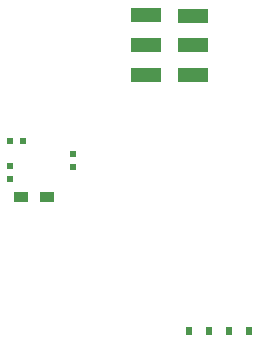
<source format=gbp>
%TF.GenerationSoftware,KiCad,Pcbnew,no-vcs-found-e0b9a21~60~ubuntu16.04.1*%
%TF.CreationDate,2017-10-13T14:54:20+03:00*%
%TF.ProjectId,livolo_1_channel_1way_eu_switch,6C69766F6C6F5F315F6368616E6E656C,rev?*%
%TF.SameCoordinates,Original*%
%TF.FileFunction,Paste,Bot*%
%TF.FilePolarity,Positive*%
%FSLAX46Y46*%
G04 Gerber Fmt 4.6, Leading zero omitted, Abs format (unit mm)*
G04 Created by KiCad (PCBNEW no-vcs-found-e0b9a21~60~ubuntu16.04.1) date Fri Oct 13 14:54:20 2017*
%MOMM*%
%LPD*%
G01*
G04 APERTURE LIST*
%ADD10R,2.500000X1.270000*%
%ADD11R,0.500000X0.600000*%
%ADD12R,0.600000X0.500000*%
%ADD13R,0.600000X0.800000*%
%ADD14R,1.200000X0.900000*%
G04 APERTURE END LIST*
D10*
X136250000Y-75210000D03*
X136250000Y-77750000D03*
X136250000Y-80290000D03*
X140250000Y-80290000D03*
X140250000Y-77750000D03*
X140250000Y-75250000D03*
D11*
X124800000Y-89050000D03*
X124800000Y-87950000D03*
D12*
X125850000Y-85900000D03*
X124750000Y-85900000D03*
D11*
X130100000Y-86950000D03*
X130100000Y-88050000D03*
D13*
X145000000Y-101950000D03*
X143300000Y-101950000D03*
X141650000Y-101950000D03*
X139950000Y-101950000D03*
D14*
X125700000Y-90600000D03*
X127900000Y-90600000D03*
M02*

</source>
